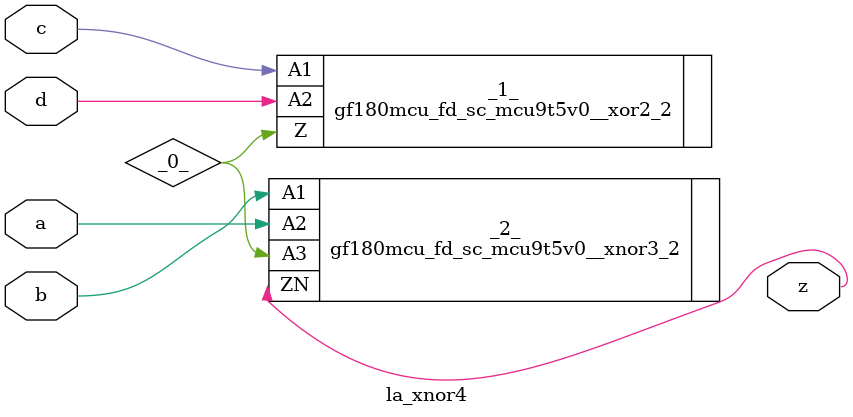
<source format=v>

/* Generated by Yosys 0.37 (git sha1 a5c7f69ed, clang 14.0.0-1ubuntu1.1 -fPIC -Os) */

module la_xnor4(a, b, c, d, z);
  wire _0_;
  input a;
  wire a;
  input b;
  wire b;
  input c;
  wire c;
  input d;
  wire d;
  output z;
  wire z;
  gf180mcu_fd_sc_mcu9t5v0__xor2_2 _1_ (
    .A1(c),
    .A2(d),
    .Z(_0_)
  );
  gf180mcu_fd_sc_mcu9t5v0__xnor3_2 _2_ (
    .A1(b),
    .A2(a),
    .A3(_0_),
    .ZN(z)
  );
endmodule

</source>
